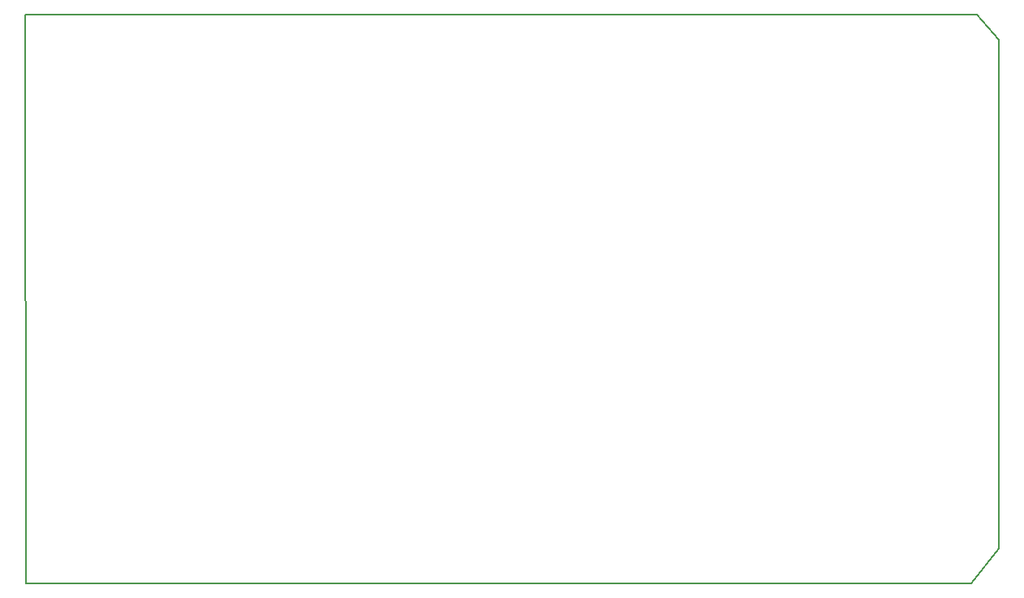
<source format=gbr>
G04 #@! TF.FileFunction,Profile,NP*
%FSLAX46Y46*%
G04 Gerber Fmt 4.6, Leading zero omitted, Abs format (unit mm)*
G04 Created by KiCad (PCBNEW 4.0.6) date 06/14/17 17:04:04*
%MOMM*%
%LPD*%
G01*
G04 APERTURE LIST*
%ADD10C,0.100000*%
%ADD11C,0.150000*%
G04 APERTURE END LIST*
D10*
D11*
X202100000Y-118100000D02*
X199200000Y-121700000D01*
X202100000Y-65000000D02*
X202100000Y-118100000D01*
X199200000Y-121700000D02*
X100550000Y-121700000D01*
X199800000Y-62400000D02*
X202100000Y-65000000D01*
X100500000Y-62400000D02*
X199800000Y-62400000D01*
X100550000Y-121700000D02*
X100500000Y-62400000D01*
M02*

</source>
